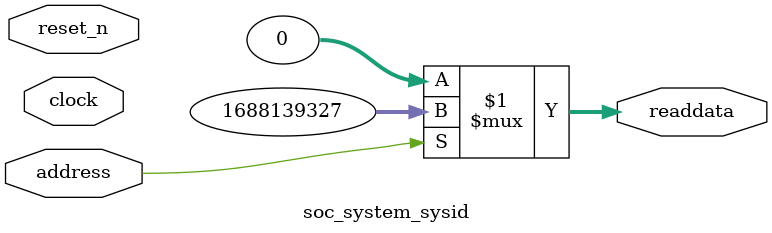
<source format=v>



// synthesis translate_off
`timescale 1ns / 1ps
// synthesis translate_on

// turn off superfluous verilog processor warnings 
// altera message_level Level1 
// altera message_off 10034 10035 10036 10037 10230 10240 10030 

module soc_system_sysid (
               // inputs:
                address,
                clock,
                reset_n,

               // outputs:
                readdata
             )
;

  output  [ 31: 0] readdata;
  input            address;
  input            clock;
  input            reset_n;

  wire    [ 31: 0] readdata;
  //control_slave, which is an e_avalon_slave
  assign readdata = address ? 1688139327 : 0;

endmodule



</source>
